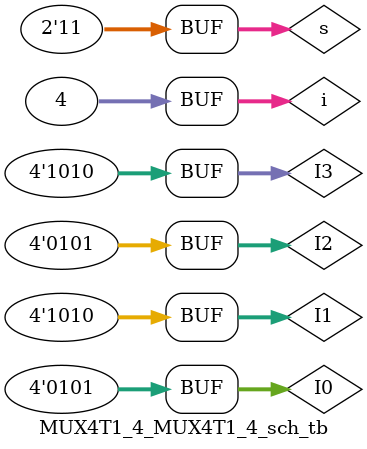
<source format=v>

`timescale 1ns / 1ps

module MUX4T1_4_MUX4T1_4_sch_tb();

// Inputs
   reg [1:0] s;
   reg [3:0] I1;
   reg [3:0] I2;
   reg [3:0] I3;
   reg [3:0] I0;

// Output
   wire [3:0] o;

// Bidirs

// Instantiate the UUT
   MUX4T1_4 UUT (
		.s(s), 
		.I1(I1), 
		.I2(I2), 
		.I3(I3), 
		.I0(I0), 
		.o(o)
   );
// Initialize Inputs
 //  `ifdef auto_init
		integer i;
      initial begin
		s = 0;
		I0 = 0;
		I1 = 1;
		I2 = 2;
		I3 = 3;

		#50;
		for(i=0;i<=3;i=i+1)begin
		s = i;
		#50;
		end
		I0 = 4'h5;
		I1 = 4'hA;
		I2 = 4'h5;
		I3 = 4'hA;
		#50;
		for(i=0;i<=3;i=i+1)begin
		s = i;
		#50;
		
		end
		
		end
 //  `endif
endmodule

</source>
